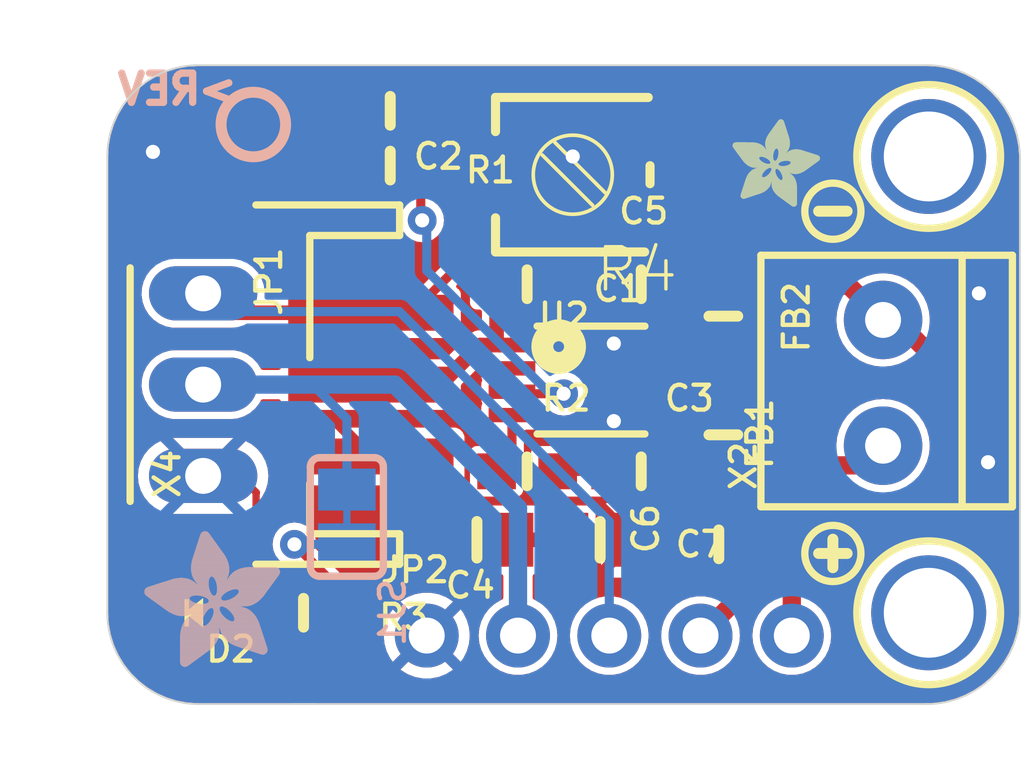
<source format=kicad_pcb>
(kicad_pcb (version 20221018) (generator pcbnew)
  (layers (0 "F.Cu" signal) (1 "In1.Cu" signal) (2 "In2.Cu" signal) (3 "In3.Cu" signal) (4 "In4.Cu" signal) (5 "In5.Cu" signal) (6 "In6.Cu" signal) (7 "In7.Cu" signal) (8 "In8.Cu" signal) (9 "In9.Cu" signal) (10 "In10.Cu" signal) (11 "In11.Cu" signal) (12 "In12.Cu" signal) (13 "In13.Cu" signal) (14 "In14.Cu" signal) (31 "B.Cu" signal) (34 "B.Paste" user) (35 "F.Paste" user) (36 "B.SilkS" user "B.Silkscreen") (37 "F.SilkS" user "F.Silkscreen") (38 "B.Mask" user) (39 "F.Mask" user) (44 "Edge.Cuts" user))
  (net 0 "")
  (net 1 "GND")
  (net 2 "SIGNAL")
  (net 3 "N$26")
  (net 4 "VIN")
  (net 5 "N$1")
  (net 6 "IN-")
  (net 7 "IN+")
  (net 8 "N$5")
  (net 9 "OUT-")
  (net 10 "OUT+")
  (net 11 "VO-")
  (net 12 "VO+")
  (net 13 "N$8")
  (net 14 "N$9")
  (footprint "working:PLABEL2" (layer "F.Cu") (at 137.8331 98.0186)
    (fp_text reference "PLABEL2" hide)
    (fp_text value "" hide)
  )
  (footprint "working:PLABEL0" (layer "F.Cu") (at 137.1981 113.1316)
    (fp_text reference "PLABEL0" hide)
    (fp_text value "" hide)
  )
  (footprint "working:0603-NO" (layer "F.Cu") (at 150.6601 102.2096 180)
    (fp_text reference "C5" (at -0.8255 2.032) (layer "F.SilkS") (effects (font (size 0.692831 0.692831) (thickness 0.119969)) (justify right)))
    (fp_text value "220pF")
    (pad "1" smd rect (at -0.85 0 180) (size 1.075 1) (layers "F.Cu" "F.Paste" "F.Mask") (net 11 "VO-"))
    (pad "2" smd rect (at 0.85 0 180) (size 1.075 1) (layers "F.Cu" "F.Paste" "F.Mask") (net 1 "GND"))
  )
  (footprint "working:MSOP8_0.65MM" (layer "F.Cu") (at 149.2631 104.8766 -90)
    (fp_text reference "U2" (at -1.778 1.524) (layer "F.SilkS") (effects (font (size 0.692831 0.692831) (thickness 0.119969)) (justify left)))
    (fp_text value "PAM8302")
    (pad "1" smd rect (at -0.975 2.2) (size 1.3 0.4) (layers "F.Cu" "F.Paste" "F.Mask") (net 4 "VIN"))
    (pad "2" smd rect (at -0.325 2.2) (size 1.3 0.4) (layers "F.Cu" "F.Paste" "F.Mask"))
    (pad "3" smd rect (at 0.325 2.2) (size 1.3 0.4) (layers "F.Cu" "F.Paste" "F.Mask") (net 7 "IN+"))
    (pad "4" smd rect (at 0.975 2.2) (size 1.3 0.4) (layers "F.Cu" "F.Paste" "F.Mask") (net 6 "IN-"))
    (pad "5" smd rect (at 0.975 -2.2) (size 1.3 0.4) (layers "F.Cu" "F.Paste" "F.Mask") (net 10 "OUT+"))
    (pad "6" smd rect (at 0.325 -2.2) (size 1.3 0.4) (layers "F.Cu" "F.Paste" "F.Mask") (net 4 "VIN"))
    (pad "7" smd rect (at -0.325 -2.2) (size 1.3 0.4) (layers "F.Cu" "F.Paste" "F.Mask") (net 1 "GND"))
    (pad "8" smd rect (at -0.975 -2.2) (size 1.3 0.4) (layers "F.Cu" "F.Paste" "F.Mask") (net 9 "OUT-"))
  )
  (footprint "working:0603-NO" (layer "F.Cu") (at 147.4851 107.4166 180)
    (fp_text reference "R2" (at -1.8415 2.032) (layer "F.SilkS") (effects (font (size 0.692831 0.692831) (thickness 0.119969)) (justify right)))
    (fp_text value "30K")
    (pad "1" smd rect (at -0.85 0 180) (size 1.075 1) (layers "F.Cu" "F.Paste" "F.Mask") (net 8 "N$5"))
    (pad "2" smd rect (at 0.85 0 180) (size 1.075 1) (layers "F.Cu" "F.Paste" "F.Mask") (net 6 "IN-"))
  )
  (footprint "working:FIDUCIAL_1MM" (layer "F.Cu") (at 155.8036 97.3201)
    (fp_text reference "FID3" hide)
    (fp_text value "FIDUCIAL_1MM" hide)
    (pad "1" smd roundrect (at 0 0) (size 1 1) (layers "F.Cu" "F.Mask") (roundrect_rratio 0.5))
  )
  (footprint "working:RTRIM3314J" (layer "F.Cu") (at 148.7551 99.1616 90)
    (fp_text reference "R4" (at -2.64 2.99) (layer "F.SilkS") (effects (font (size 1.176528 1.176528) (thickness 0.093472)) (justify right)))
    (fp_text value "10K Trim")
    (pad "1" smd rect (at 1.2 2) (size 2 1.3) (layers "F.Cu" "F.Paste" "F.Mask") (net 1 "GND"))
    (pad "2" smd rect (at 0 -1.9 90) (size 2 2) (layers "F.Cu" "F.Paste" "F.Mask") (net 14 "N$9"))
    (pad "3" smd rect (at -1.2 2) (size 2 1.3) (layers "F.Cu" "F.Paste" "F.Mask") (net 2 "SIGNAL"))
  )
  (footprint "working:0603-NO" (layer "F.Cu") (at 143.6751 98.9076)
    (fp_text reference "R1" (at 2.032 0.127) (layer "F.SilkS") (effects (font (size 0.692831 0.692831) (thickness 0.119969)) (justify left)))
    (fp_text value "30K")
    (pad "1" smd rect (at -0.85 0) (size 1.075 1) (layers "F.Cu" "F.Paste" "F.Mask") (net 13 "N$8"))
    (pad "2" smd rect (at 0.85 0) (size 1.075 1) (layers "F.Cu" "F.Paste" "F.Mask") (net 7 "IN+"))
  )
  (footprint "working:0603-NO" (layer "F.Cu") (at 152.9461 103.0986 90)
    (fp_text reference "FB2" (at -1.0795 2.032 90) (layer "F.SilkS") (effects (font (size 0.692831 0.692831) (thickness 0.119969)) (justify left)))
    (fp_text value "Ferrite")
    (pad "1" smd rect (at -0.85 0 90) (size 1.075 1) (layers "F.Cu" "F.Paste" "F.Mask") (net 9 "OUT-"))
    (pad "2" smd rect (at 0.85 0 90) (size 1.075 1) (layers "F.Cu" "F.Paste" "F.Mask") (net 11 "VO-"))
  )
  (footprint "working:MOUNTINGHOLE_2.5_PLATED" (layer "F.Cu") (at 158.6611 98.6536)
    (fp_text reference "U$8" hide)
    (fp_text value "MOUNTINGHOLE2.5" hide)
    (pad "P$1" thru_hole circle (at 0 0) (size 3.2 3.2) (drill 2.5) (layers "*.Cu" "*.Mask"))
    (zone (net 0) (net_name "") (layer "F.Cu") (connect_pads (clearance 0)) (min_thickness 0.25)
      (keepout (tracks not_allowed) (vias not_allowed) (pads not_allowed) (copperpour not_allowed) (footprints allowed))
      (fill (thermal_gap 0.5) (thermal_bridge_width 0.5))
      (polygon (pts (xy 160.6771 98.6536) (xy 160.65748 98.373027) (xy 160.599004 98.097915) (xy 160.502808 97.833619) (xy 160.370765 97.585283) (xy 160.205446 97.35774) (xy 160.010067 97.15542) (xy 159.788433 96.98226) (xy 159.544856 96.841631) (xy 159.284078 96.73627) (xy 159.011175 96.668228) (xy 158.731457 96.638828) (xy 158.450371 96.648644) (xy 158.173385 96.697484) (xy 157.905893 96.784397) (xy 157.6531 96.907693) (xy 157.419926 97.06497) (xy 157.210911 97.253169) (xy 157.030122 97.468625) (xy 156.881078 97.707145) (xy 156.76668 97.964087) (xy 156.689154 98.23445) (xy 156.650011 98.512971) (xy 156.650011 98.794229) (xy 156.689154 99.07275) (xy 156.76668 99.343113) (xy 156.881078 99.600055) (xy 157.030122 99.838575) (xy 157.210911 100.054031) (xy 157.419926 100.24223) (xy 157.6531 100.399507) (xy 157.905893 100.522803) (xy 158.173385 100.609716) (xy 158.450371 100.658556) (xy 158.731457 100.668372) (xy 159.011175 100.638972) (xy 159.284078 100.57093) (xy 159.544856 100.465569) (xy 159.788433 100.32494) (xy 160.010067 100.15178) (xy 160.205446 99.94946) (xy 160.370765 99.721917) (xy 160.502808 99.473581) (xy 160.599004 99.209285) (xy 160.65748 98.934173)))
      (polygon (pts (xy 158.6451 98.6536) (xy 158.649786 98.664914) (xy 158.6611 98.6696) (xy 158.672414 98.664914) (xy 158.6771 98.6536) (xy 158.672414 98.642286) (xy 158.6611 98.6376) (xy 158.649786 98.642286)))
    )
    (zone (net 0) (net_name "") (layer "B.Cu") (connect_pads (clearance 0)) (min_thickness 0.25)
      (keepout (tracks not_allowed) (vias not_allowed) (pads not_allowed) (copperpour not_allowed) (footprints allowed))
      (fill (thermal_gap 0.5) (thermal_bridge_width 0.5))
      (polygon (pts (xy 160.6771 98.6536) (xy 160.65748 98.373027) (xy 160.599004 98.097915) (xy 160.502808 97.833619) (xy 160.370765 97.585283) (xy 160.205446 97.35774) (xy 160.010067 97.15542) (xy 159.788433 96.98226) (xy 159.544856 96.841631) (xy 159.284078 96.73627) (xy 159.011175 96.668228) (xy 158.731457 96.638828) (xy 158.450371 96.648644) (xy 158.173385 96.697484) (xy 157.905893 96.784397) (xy 157.6531 96.907693) (xy 157.419926 97.06497) (xy 157.210911 97.253169) (xy 157.030122 97.468625) (xy 156.881078 97.707145) (xy 156.76668 97.964087) (xy 156.689154 98.23445) (xy 156.650011 98.512971) (xy 156.650011 98.794229) (xy 156.689154 99.07275) (xy 156.76668 99.343113) (xy 156.881078 99.600055) (xy 157.030122 99.838575) (xy 157.210911 100.054031) (xy 157.419926 100.24223) (xy 157.6531 100.399507) (xy 157.905893 100.522803) (xy 158.173385 100.609716) (xy 158.450371 100.658556) (xy 158.731457 100.668372) (xy 159.011175 100.638972) (xy 159.284078 100.57093) (xy 159.544856 100.465569) (xy 159.788433 100.32494) (xy 160.010067 100.15178) (xy 160.205446 99.94946) (xy 160.370765 99.721917) (xy 160.502808 99.473581) (xy 160.599004 99.209285) (xy 160.65748 98.934173)))
      (polygon (pts (xy 158.6451 98.6536) (xy 158.649786 98.664914) (xy 158.6611 98.6696) (xy 158.672414 98.664914) (xy 158.6771 98.6536) (xy 158.672414 98.642286) (xy 158.6611 98.6376) (xy 158.649786 98.642286)))
    )
  )
  (footprint "working:0805-NO" (layer "F.Cu") (at 146.0881 109.3216 180)
    (fp_text reference "C4" (at -0.5715 -1.27) (layer "F.SilkS") (effects (font (size 0.692831 0.692831) (thickness 0.119969)) (justify right)))
    (fp_text value "10uF")
    (pad "1" smd rect (at -0.95 0 180) (size 1.24 1.5) (layers "F.Cu" "F.Paste" "F.Mask") (net 4 "VIN"))
    (pad "2" smd rect (at 0.95 0 180) (size 1.24 1.5) (layers "F.Cu" "F.Paste" "F.Mask") (net 1 "GND"))
  )
  (footprint "working:TERMBLOCK_1X2-3.5MM" (layer "F.Cu") (at 157.3911 105.0036 90)
    (fp_text reference "X2" (at -3 -3.89 90) (layer "F.SilkS") (effects (font (size 0.692831 0.692831) (thickness 0.119969)) (justify left)))
    (fp_text value "3.5mm")
    (pad "1" thru_hole circle (at 1.8 0 90) (size 2.1844 2.1844) (drill 1) (layers "*.Cu" "*.Mask") (net 11 "VO-"))
    (pad "2" thru_hole circle (at -1.7 0 90) (size 2.1844 2.1844) (drill 1) (layers "*.Cu" "*.Mask") (net 12 "VO+"))
  )
  (footprint "working:CHIPLED_0603_NOOUTLINE" (layer "F.Cu") (at 138.2141 111.3536 90)
    (fp_text reference "D2" (at -1.016 1.778) (layer "F.SilkS") (effects (font (size 0.692831 0.692831) (thickness 0.119969)) (justify right)))
    (fp_text value "GREEN")
    (pad "A" smd rect (at 0 0.75 90) (size 0.8 0.8) (layers "F.Cu" "F.Paste" "F.Mask") (net 3 "N$26"))
    (pad "C" smd rect (at 0 -0.75 90) (size 0.8 0.8) (layers "F.Cu" "F.Paste" "F.Mask") (net 1 "GND"))
  )
  (footprint "working:0603-NO" (layer "F.Cu") (at 152.9461 106.4006 -90)
    (fp_text reference "FB1" (at -1.0795 -1.016 90) (layer "F.SilkS") (effects (font (size 0.692831 0.692831) (thickness 0.119969)) (justify right)))
    (fp_text value "Ferrite")
    (pad "1" smd rect (at -0.85 0 270) (size 1.075 1) (layers "F.Cu" "F.Paste" "F.Mask") (net 10 "OUT+"))
    (pad "2" smd rect (at 0.85 0 270) (size 1.075 1) (layers "F.Cu" "F.Paste" "F.Mask") (net 12 "VO+"))
  )
  (footprint "working:SYMBOL_PLUS" (layer "F.Cu") (at 155.9941 109.7026)
    (fp_text reference "U$3" hide)
    (fp_text value "" hide)
  )
  (footprint "working:0603-NO" (layer "F.Cu") (at 143.6751 97.3836)
    (fp_text reference "C2" (at 2.0955 1.27) (layer "F.SilkS") (effects (font (size 0.692831 0.692831) (thickness 0.119969)) (justify right)))
    (fp_text value "0.1uF")
    (pad "1" smd rect (at -0.85 0) (size 1.075 1) (layers "F.Cu" "F.Paste" "F.Mask") (net 13 "N$8"))
    (pad "2" smd rect (at 0.85 0) (size 1.075 1) (layers "F.Cu" "F.Paste" "F.Mask") (net 14 "N$9"))
  )
  (footprint "working:0805-NO" (layer "F.Cu") (at 149.5171 109.3216)
    (fp_text reference "C7" (at 2.032 0.127) (layer "F.SilkS") (effects (font (size 0.692831 0.692831) (thickness 0.119969)) (justify left)))
    (fp_text value "10uF")
    (pad "1" smd rect (at -0.95 0) (size 1.24 1.5) (layers "F.Cu" "F.Paste" "F.Mask") (net 4 "VIN"))
    (pad "2" smd rect (at 0.95 0) (size 1.24 1.5) (layers "F.Cu" "F.Paste" "F.Mask") (net 1 "GND"))
  )
  (footprint "working:1X05_ROUND_70" (layer "F.Cu") (at 149.7711 111.9886)
    (fp_text reference "JP2" (at -6.4262 -1.8288) (layer "F.SilkS") (effects (font (size 0.692831 0.692831) (thickness 0.119969)) (justify left)))
    (fp_text value "")
    (pad "1" thru_hole circle (at -5.08 0 90) (size 1.778 1.778) (drill 1) (layers "*.Cu" "*.Mask") (net 1 "GND"))
    (pad "2" thru_hole circle (at -2.54 0 90) (size 1.778 1.778) (drill 1) (layers "*.Cu" "*.Mask") (net 4 "VIN"))
    (pad "3" thru_hole circle (at 0 0 90) (size 1.778 1.778) (drill 1) (layers "*.Cu" "*.Mask") (net 2 "SIGNAL"))
    (pad "4" thru_hole circle (at 2.54 0 90) (size 1.778 1.778) (drill 1) (layers "*.Cu" "*.Mask") (net 12 "VO+"))
    (pad "5" thru_hole circle (at 5.08 0 90) (size 1.778 1.778) (drill 1) (layers "*.Cu" "*.Mask") (net 11 "VO-"))
  )
  (footprint "working:0603-NO" (layer "F.Cu") (at 147.4851 102.2096)
    (fp_text reference "C1" (at 1.778 0.127) (layer "F.SilkS") (effects (font (size 0.692831 0.692831) (thickness 0.119969)) (justify left)))
    (fp_text value "0.1uF")
    (pad "1" smd rect (at -0.85 0) (size 1.075 1) (layers "F.Cu" "F.Paste" "F.Mask") (net 4 "VIN"))
    (pad "2" smd rect (at 0.85 0) (size 1.075 1) (layers "F.Cu" "F.Paste" "F.Mask") (net 1 "GND"))
  )
  (footprint "working:MOUNTINGHOLE_2.5_PLATED" (layer "F.Cu") (at 158.6611 111.3536)
    (fp_text reference "U$1" hide)
    (fp_text value "MOUNTINGHOLE2.5" hide)
    (pad "P$1" thru_hole circle (at 0 0) (size 3.2 3.2) (drill 2.5) (layers "*.Cu" "*.Mask"))
    (zone (net 0) (net_name "") (layer "F.Cu") (connect_pads (clearance 0)) (min_thickness 0.25)
      (keepout (tracks not_allowed) (vias not_allowed) (pads not_allowed) (copperpour not_allowed) (footprints allowed))
      (fill (thermal_gap 0.5) (thermal_bridge_width 0.5))
      (polygon (pts (xy 160.6771 111.3536) (xy 160.65748 111.073027) (xy 160.599004 110.797915) (xy 160.502808 110.533619) (xy 160.370765 110.285283) (xy 160.205446 110.05774) (xy 160.010067 109.85542) (xy 159.788433 109.68226) (xy 159.544856 109.541631) (xy 159.284078 109.43627) (xy 159.011175 109.368228) (xy 158.731457 109.338828) (xy 158.450371 109.348644) (xy 158.173385 109.397484) (xy 157.905893 109.484397) (xy 157.6531 109.607693) (xy 157.419926 109.76497) (xy 157.210911 109.953169) (xy 157.030122 110.168625) (xy 156.881078 110.407145) (xy 156.76668 110.664087) (xy 156.689154 110.93445) (xy 156.650011 111.212971) (xy 156.650011 111.494229) (xy 156.689154 111.77275) (xy 156.76668 112.043113) (xy 156.881078 112.300055) (xy 157.030122 112.538575) (xy 157.210911 112.754031) (xy 157.419926 112.94223) (xy 157.6531 113.099507) (xy 157.905893 113.222803) (xy 158.173385 113.309716) (xy 158.450371 113.358556) (xy 158.731457 113.368372) (xy 159.011175 113.338972) (xy 159.284078 113.27093) (xy 159.544856 113.165569) (xy 159.788433 113.02494) (xy 160.010067 112.85178) (xy 160.205446 112.64946) (xy 160.370765 112.421917) (xy 160.502808 112.173581) (xy 160.599004 111.909285) (xy 160.65748 111.634173)))
      (polygon (pts (xy 158.6451 111.3536) (xy 158.649786 111.364914) (xy 158.6611 111.3696) (xy 158.672414 111.364914) (xy 158.6771 111.3536) (xy 158.672414 111.342286) (xy 158.6611 111.3376) (xy 158.649786 111.342286)))
    )
    (zone (net 0) (net_name "") (layer "B.Cu") (connect_pads (clearance 0)) (min_thickness 0.25)
      (keepout (tracks not_allowed) (vias not_allowed) (pads not_allowed) (copperpour not_allowed) (footprints allowed))
      (fill (thermal_gap 0.5) (thermal_bridge_width 0.5))
      (polygon (pts (xy 160.6771 111.3536) (xy 160.65748 111.073027) (xy 160.599004 110.797915) (xy 160.502808 110.533619) (xy 160.370765 110.285283) (xy 160.205446 110.05774) (xy 160.010067 109.85542) (xy 159.788433 109.68226) (xy 159.544856 109.541631) (xy 159.284078 109.43627) (xy 159.011175 109.368228) (xy 158.731457 109.338828) (xy 158.450371 109.348644) (xy 158.173385 109.397484) (xy 157.905893 109.484397) (xy 157.6531 109.607693) (xy 157.419926 109.76497) (xy 157.210911 109.953169) (xy 157.030122 110.168625) (xy 156.881078 110.407145) (xy 156.76668 110.664087) (xy 156.689154 110.93445) (xy 156.650011 111.212971) (xy 156.650011 111.494229) (xy 156.689154 111.77275) (xy 156.76668 112.043113) (xy 156.881078 112.300055) (xy 157.030122 112.538575) (xy 157.210911 112.754031) (xy 157.419926 112.94223) (xy 157.6531 113.099507) (xy 157.905893 113.222803) (xy 158.173385 113.309716) (xy 158.450371 113.358556) (xy 158.731457 113.368372) (xy 159.011175 113.338972) (xy 159.284078 113.27093) (xy 159.544856 113.165569) (xy 159.788433 113.02494) (xy 160.010067 112.85178) (xy 160.205446 112.64946) (xy 160.370765 112.421917) (xy 160.502808 112.173581) (xy 160.599004 111.909285) (xy 160.65748 111.634173)))
      (polygon (pts (xy 158.6451 111.3536) (xy 158.649786 111.364914) (xy 158.6611 111.3696) (xy 158.672414 111.364914) (xy 158.6771 111.3536) (xy 158.672414 111.342286) (xy 158.6611 111.3376) (xy 158.649786 111.342286)))
    )
  )
  (footprint "working:PLABEL1" (layer "F.Cu") (at 152.4381 101.4476 90)
    (fp_text reference "PLABEL1" hide)
    (fp_text value "" hide)
  )
  (footprint "working:1X03_OVAL" (layer "F.Cu") (at 138.4681 105.0036 -90)
    (fp_text reference "JP1" (at -3.8862 -1.8288 90) (layer "F.SilkS") (effects (font (size 0.692831 0.692831) (thickness 0.119969)) (justify right)))
    (fp_text value "0.1\" Header")
    (pad "1" thru_hole oval (at -2.54 0) (size 3.016 1.508) (drill 1) (layers "*.Cu" "*.Mask") (net 2 "SIGNAL"))
    (pad "2" thru_hole oval (at 0 0) (size 3.016 1.508) (drill 1) (layers "*.Cu" "*.Mask") (net 4 "VIN"))
    (pad "3" thru_hole oval (at 2.54 0) (size 3.016 1.508) (drill 1) (layers "*.Cu" "*.Mask") (net 1 "GND"))
  )
  (footprint "working:0603-NO" (layer "F.Cu") (at 141.2621 111.3536)
    (fp_text reference "R3" (at 2.032 0.127) (layer "F.SilkS") (effects (font (size 0.692831 0.692831) (thickness 0.119969)) (justify left)))
    (fp_text value "10K")
    (pad "1" smd rect (at -0.85 0) (size 1.075 1) (layers "F.Cu" "F.Paste" "F.Mask") (net 3 "N$26"))
    (pad "2" smd rect (at 0.85 0) (size 1.075 1) (layers "F.Cu" "F.Paste" "F.Mask") (net 5 "N$1"))
  )
  (footprint "working:FIDUCIAL_1MM" (layer "F.Cu") (at 141.2621 113.1316)
    (fp_text reference "FID2" hide)
    (fp_text value "FIDUCIAL_1MM" hide)
    (pad "1" smd roundrect (at 0 0) (size 1 1) (layers "F.Cu" "F.Mask") (roundrect_rratio 0.5))
  )
  (footprint "working:0603-NO" (layer "F.Cu") (at 152.8191 109.4486 180)
    (fp_text reference "C6" (at 2.032 -0.3175 90) (layer "F.SilkS") (effects (font (size 0.692831 0.692831) (thickness 0.119969)) (justify left)))
    (fp_text value "220pF")
    (pad "1" smd rect (at -0.85 0 180) (size 1.075 1) (layers "F.Cu" "F.Paste" "F.Mask") (net 12 "VO+"))
    (pad "2" smd rect (at 0.85 0 180) (size 1.075 1) (layers "F.Cu" "F.Paste" "F.Mask") (net 1 "GND"))
  )
  (footprint "working:0603-NO" (layer "F.Cu") (at 150.6601 107.4166)
    (fp_text reference "C3" (at 2.0955 -2.032) (layer "F.SilkS") (effects (font (size 0.692831 0.692831) (thickness 0.119969)) (justify right)))
    (fp_text value "0.1uF")
    (pad "1" smd rect (at -0.85 0) (size 1.075 1) (layers "F.Cu" "F.Paste" "F.Mask") (net 8 "N$5"))
    (pad "2" smd rect (at 0.85 0) (size 1.075 1) (layers "F.Cu" "F.Paste" "F.Mask") (net 1 "GND"))
  )
  (footprint "working:SYMBOL_MINUS" (layer "F.Cu") (at 155.9941 100.1776)
    (fp_text reference "U$9" hide)
    (fp_text value "" hide)
  )
  (footprint "working:JSTPH3" (layer "F.Cu") (at 140.4366 105.0036 90)
    (fp_text reference "X4" (at -3.2225 -2.9685 90) (layer "F.SilkS") (effects (font (size 0.692831 0.692831) (thickness 0.119969)) (justify left)))
    (fp_text value "JST PH 3")
    (pad "1" smd rect (at -2 2.7 90) (size 1 4.6) (layers "F.Cu" "F.Paste" "F.Mask") (net 1 "GND"))
    (pad "2" smd rect (at 0 2.7 90) (size 1 4.6) (layers "F.Cu" "F.Paste" "F.Mask") (net 4 "VIN"))
    (pad "3" smd rect (at 2 2.7 90) (size 1 4.6) (layers "F.Cu" "F.Paste" "F.Mask") (net 2 "SIGNAL"))
    (pad "NC1" smd rect (at -4.4 -2.5 180) (size 3.4 1.6) (layers "F.Cu" "F.Paste" "F.Mask"))
    (pad "NC2" smd rect (at 4.4 -2.5 180) (size 3.4 1.6) (layers "F.Cu" "F.Paste" "F.Mask"))
  )
  (footprint "working:ADAFRUIT_2.5MM" (layer "F.Cu") (at 153.2001 100.0506)
    (fp_text reference "U$19" hide)
    (fp_text value "" hide)
  )
  (footprint "working:PLABEL4" (layer "B.Cu") (at 147.4851 100.4316 180)
    (fp_text reference "PLABEL4" hide)
    (fp_text value "" hide)
  )
  (footprint "working:PLABEL9" (layer "B.Cu") (at 149.7711 110.8456 90)
    (fp_text reference "PLABEL9" hide)
    (fp_text value "" hide)
  )
  (footprint "working:PLABEL6" (layer "B.Cu") (at 159.4231 105.0036 90)
    (fp_text reference "PLABEL6" hide)
    (fp_text value "" hide)
  )
  (footprint "working:PLABEL3" (layer "B.Cu") (at 148.6281 98.0186 180)
    (fp_text reference "PLABEL3" hide)
    (fp_text value "" hide)
  )
  (footprint "working:PLABEL10" (layer "B.Cu") (at 152.3111 110.8456 90)
    (fp_text reference "PLABEL10" hide)
    (fp_text value "" hide)
  )
  (footprint "working:PLABEL8" (layer "B.Cu") (at 147.2311 110.8456 90)
    (fp_text reference "PLABEL8" hide)
    (fp_text value "" hide)
  )
  (footprint "working:PCBFEAT-REV-040" (layer "B.Cu") (at 139.8651 97.7646)
    (fp_text reference "U$5" hide)
    (fp_text value "" hide)
    (fp_text user ">REV" (at -0.3556 -0.508 180) (layer "B.SilkS") (effects (font (size 0.8128 0.8128) (thickness 0.2032)) (justify left bottom mirror)))
  )
  (footprint "working:SOLDERJUMPER_CLOSEDWIRE" (layer "B.Cu") (at 142.4686 108.6866 90)
    (fp_text reference "SJ1" (at -1.651 1.27 90) (layer "B.SilkS") (effects (font (size 0.692831 0.692831) (thickness 0.119969)) (justify left mirror)))
    (fp_text value "")
    (pad "1" smd rect (at -0.762 0 90) (size 1.1684 1.6002) (layers "B.Cu") (net 5 "N$1"))
    (pad "2" smd rect (at 0.762 0 90) (size 1.1684 1.6002) (layers "B.Cu") (net 4 "VIN"))
    (pad "WIRE" smd rect (at 0 0 270) (size 0.635 0.2032) (layers "B.Cu"))
  )
  (footprint "working:PLABEL11" (layer "B.Cu") (at 154.8511 110.8456 90)
    (fp_text reference "PLABEL11" hide)
    (fp_text value "" hide)
  )
  (footprint "working:PLABEL7" (layer "B.Cu") (at 144.6911 110.8456 90)
    (fp_text reference "PLABEL7" hide)
    (fp_text value "" hide)
  )
  (footprint "working:ADAFRUIT_3.5MM" (layer "B.Cu") (at 140.6271 112.8776 180)
    (fp_text reference "U$12" hide)
    (fp_text value "" hide)
  )
  (footprint "working:PLABEL12" (layer "B.Cu") (at 143.8021 106.2736 180)
    (fp_text reference "PLABEL12" hide)
    (fp_text value "" hide)
  )
  (footprint "working:PLABEL5" (layer "B.Cu") (at 148.1201 103.4796 180)
    (fp_text reference "PLABEL5" hide)
    (fp_text value "" hide)
  )
  (gr_line (start 138.3411 113.8936) (end 158.5341 113.8936) (stroke (width 0.05)) (layer "Edge.Cuts"))
  (gr_arc (start 158.5341 96.1136) (mid 160.393651 96.831246) (end 161.2011 98.6536) (stroke (width 0.05)) (layer "Edge.Cuts"))
  (gr_line (start 135.8011 98.6536) (end 135.8011 111.3536) (stroke (width 0.05)) (layer "Edge.Cuts"))
  (gr_line (start 158.5341 96.1136) (end 138.3411 96.1136) (stroke (width 0.05)) (layer "Edge.Cuts"))
  (gr_arc (start 161.2011 111.3536) (mid 160.393651 113.175954) (end 158.5341 113.8936) (stroke (width 0.05)) (layer "Edge.Cuts"))
  (gr_line (start 161.2011 111.3536) (end 161.2011 98.6536) (stroke (width 0.05)) (layer "Edge.Cuts"))
  (gr_arc (start 135.8011 98.6536) (mid 136.545049 96.857549) (end 138.3411 96.1136) (stroke (width 0.05)) (layer "Edge.Cuts"))
  (gr_arc (start 138.3411 113.8936) (mid 136.545049 113.149651) (end 135.8011 111.3536) (stroke (width 0.05)) (layer "Edge.Cuts"))
  (segment (start 139.9414 110.32985) (end 139.9414 108.0191) (width 0.2032) (layer "F.Cu") (net 1))
  (segment (start 137.4641 111.3536) (end 137.4641 110.5204) (width 0.2032) (layer "F.Cu") (net 1))
  (segment (start 139.9414 108.0191) (end 139.9505 108.01) (width 0.2032) (layer "F.Cu") (net 1))
  (segment (start 137.4521 110.5084) (end 139.76285 110.5084) (width 0.2032) (layer "F.Cu") (net 1))
  (segment (start 137.4641 110.5204) (end 137.4521 110.5084) (width 0.2032) (layer "F.Cu") (net 1))
  (segment (start 139.4841 107.5436) (end 138.4681 107.5436) (width 0.2032) (layer "F.Cu") (net 1))
  (segment (start 139.9505 108.01) (end 139.4841 107.5436) (width 0.2032) (layer "F.Cu") (net 1))
  (segment (start 139.76285 110.5084) (end 139.9414 110.32985) (width 0.2032) (layer "F.Cu") (net 1))
  (via (at 149.8981 106.0196) (size 0.8001) (drill 0.3937) (layers "F.Cu" "B.Cu") (net 1))
  (via (at 149.8981 103.8606) (size 0.8001) (drill 0.3937) (layers "F.Cu" "B.Cu") (net 1))
  (via (at 160.3121 107.1626) (size 0.8001) (drill 0.3937) (layers "F.Cu" "B.Cu") (net 1))
  (via (at 160.0581 102.4636) (size 0.8001) (drill 0.3937) (layers "F.Cu" "B.Cu") (net 1))
  (via (at 137.0711 98.5266) (size 0.8001) (drill 0.3937) (layers "F.Cu" "B.Cu") (net 1))
  (via (at 148.7551 98.6536) (size 0.8001) (drill 0.3937) (layers "F.Cu" "B.Cu") (net 1))
  (segment (start 146.5976 100.6856) (end 144.2796 103.0036) (width 0.254) (layer "F.Cu") (net 2))
  (segment (start 150.4311 100.6856) (end 150.7551 100.3616) (width 0.254) (layer "F.Cu") (net 2))
  (segment (start 143.1366 103.0036) (end 139.0081 103.0036) (width 0.4064) (layer "F.Cu") (net 2))
  (segment (start 146.5976 100.6856) (end 150.4311 100.6856) (width 0.254) (layer "F.Cu") (net 2))
  (segment (start 139.0081 103.0036) (end 138.4681 102.4636) (width 0.4064) (layer "F.Cu") (net 2))
  (segment (start 143.1366 103.0036) (end 144.2796 103.0036) (width 0.254) (layer "F.Cu") (net 2))
  (segment (start 138.9761 102.9716) (end 138.4681 102.4636) (width 0.254) (layer "B.Cu") (net 2))
  (segment (start 143.9291 102.9716) (end 138.9761 102.9716) (width 0.254) (layer "B.Cu") (net 2))
  (segment (start 149.7711 111.9886) (end 149.7711 108.8136) (width 0.254) (layer "B.Cu") (net 2))
  (segment (start 149.7711 108.8136) (end 143.9291 102.9716) (width 0.254) (layer "B.Cu") (net 2))
  (segment (start 138.9641 111.3536) (end 140.4121 111.3536) (width 0.254) (layer "F.Cu") (net 3))
  (segment (start 147.0631 103.9016) (end 146.7231 103.9016) (width 0.4064) (layer "F.Cu") (net 4))
  (segment (start 146.7231 103.9016) (end 146.1741 103.9016) (width 0.4064) (layer "F.Cu") (net 4))
  (segment (start 146.6351 102.2096) (end 146.6351 103.8136) (width 0.4064) (layer "F.Cu") (net 4))
  (segment (start 143.1366 105.0036) (end 138.4681 105.0036) (width 0.4064) (layer "F.Cu") (net 4))
  (segment (start 151.4631 105.2016) (end 149.9691 105.2016) (width 0.4064) (layer "F.Cu") (net 4))
  (segment (start 147.2311 109.5146) (end 147.2311 111.9886) (width 0.4064) (layer "F.Cu") (net 4))
  (segment (start 149.9691 105.2016) (end 148.6691 103.9016) (width 0.4064) (layer "F.Cu") (net 4))
  (segment (start 146.1741 103.9016) (end 145.0721 105.0036) (width 0.4064) (layer "F.Cu") (net 4))
  (segment (start 148.5671 109.3216) (end 147.0381 109.3216) (width 0.4064) (layer "F.Cu") (net 4))
  (segment (start 146.6351 103.8136) (end 146.7231 103.9016) (width 0.4064) (layer "F.Cu") (net 4))
  (segment (start 145.0721 105.0036) (end 143.1366 105.0036) (width 0.4064) (layer "F.Cu") (net 4))
  (segment (start 147.0381 109.3216) (end 147.2311 109.5146) (width 0.4064) (layer "F.Cu") (net 4))
  (segment (start 148.6691 103.9016) (end 147.0631 103.9016) (width 0.4064) (layer "F.Cu") (net 4))
  (segment (start 142.4686 105.9561) (end 141.5161 105.0036) (width 0.254) (layer "B.Cu") (net 4))
  (segment (start 142.4686 107.9246) (end 142.4686 105.9561) (width 0.254) (layer "B.Cu") (net 4))
  (segment (start 147.2311 111.9886) (end 147.2311 108.4326) (width 0.508) (layer "B.Cu") (net 4))
  (segment (start 143.8021 105.0036) (end 138.4681 105.0036) (width 0.508) (layer "B.Cu") (net 4))
  (segment (start 141.5161 105.0036) (end 138.4681 105.0036) (width 0.254) (layer "B.Cu") (net 4))
  (segment (start 147.2311 108.4326) (end 143.8021 105.0036) (width 0.508) (layer "B.Cu") (net 4))
  (segment (start 142.1121 111.3536) (end 142.1121 110.5526) (width 0.254) (layer "F.Cu") (net 5))
  (segment (start 142.1121 110.5526) (end 141.0081 109.4486) (width 0.254) (layer "F.Cu") (net 5))
  (via (at 141.0081 109.4486) (size 0.8001) (drill 0.3937) (layers "F.Cu" "B.Cu") (net 5))
  (segment (start 141.0081 109.4486) (end 142.4686 109.4486) (width 0.254) (layer "B.Cu") (net 5))
  (segment (start 147.0631 106.9886) (end 146.6351 107.4166) (width 0.254) (layer "F.Cu") (net 6))
  (segment (start 147.0631 105.8516) (end 147.0631 106.9886) (width 0.254) (layer "F.Cu") (net 6))
  (segment (start 148.5011 105.2576) (end 147.1191 105.2576) (width 0.254) (layer "F.Cu") (net 7))
  (segment (start 144.5251 98.9076) (end 144.5251 100.3926) (width 0.254) (layer "F.Cu") (net 7))
  (segment (start 144.5251 100.3926) (end 144.5641 100.4316) (width 0.254) (layer "F.Cu") (net 7))
  (segment (start 147.1191 105.2576) (end 147.0631 105.2016) (width 0.254) (layer "F.Cu") (net 7))
  (via (at 148.5011 105.2576) (size 0.8001) (drill 0.3937) (layers "F.Cu" "B.Cu") (net 7))
  (via (at 144.5641 100.4316) (size 0.8001) (drill 0.3937) (layers "F.Cu" "B.Cu") (net 7))
  (segment (start 148.2471 105.3846) (end 148.3741 105.3846) (width 0.254) (layer "B.Cu") (net 7))
  (segment (start 144.6911 101.8286) (end 148.2471 105.3846) (width 0.254) (layer "B.Cu") (net 7))
  (segment (start 148.3741 105.3846) (end 148.5011 105.2576) (width 0.254) (layer "B.Cu") (net 7))
  (segment (start 144.6911 100.5586) (end 144.6911 101.8286) (width 0.254) (layer "B.Cu") (net 7))
  (segment (start 144.5641 100.4316) (end 144.6911 100.5586) (width 0.254) (layer "B.Cu") (net 7))
  (segment (start 148.3351 107.4166) (end 149.8101 107.4166) (width 0.254) (layer "F.Cu") (net 8))
  (segment (start 152.8991 103.9016) (end 152.9461 103.9486) (width 0.508) (layer "F.Cu") (net 9))
  (segment (start 151.4631 103.9016) (end 152.8991 103.9016) (width 0.4064) (layer "F.Cu") (net 9))
  (segment (start 152.6451 105.8516) (end 152.9461 105.5506) (width 0.508) (layer "F.Cu") (net 10))
  (segment (start 151.4631 105.8516) (end 152.6451 105.8516) (width 0.4064) (layer "F.Cu") (net 10))
  (segment (start 156.4361 102.2486) (end 157.3911 103.2036) (width 0.508) (layer "F.Cu") (net 11))
  (segment (start 152.9461 102.2486) (end 156.4361 102.2486) (width 0.508) (layer "F.Cu") (net 11))
  (segment (start 152.9461 102.2486) (end 151.5491 102.2486) (width 0.508) (layer "F.Cu") (net 11))
  (segment (start 159.2961 107.4166) (end 158.2801 108.4326) (width 0.508) (layer "F.Cu") (net 11))
  (segment (start 158.2801 108.4326) (end 156.6291 108.4326) (width 0.508) (layer "F.Cu") (net 11))
  (segment (start 154.8511 110.2106) (end 154.8511 111.9886) (width 0.508) (layer "F.Cu") (net 11))
  (segment (start 151.5491 102.2486) (end 151.5101 102.2096) (width 0.508) (layer "F.Cu") (net 11))
  (segment (start 159.2961 104.7496) (end 159.2961 107.4166) (width 0.508) (layer "F.Cu") (net 11))
  (segment (start 157.7501 103.2036) (end 159.2961 104.7496) (width 0.508) (layer "F.Cu") (net 11))
  (segment (start 156.6291 108.4326) (end 154.8511 110.2106) (width 0.508) (layer "F.Cu") (net 11))
  (segment (start 157.3911 103.2036) (end 157.7501 103.2036) (width 0.508) (layer "F.Cu") (net 11))
  (segment (start 152.3111 111.9886) (end 153.6691 110.6306) (width 0.508) (layer "F.Cu") (net 12))
  (segment (start 152.9461 107.2506) (end 153.6691 107.9736) (width 0.508) (layer "F.Cu") (net 12))
  (segment (start 153.6691 107.9736) (end 153.6691 109.4486) (width 0.508) (layer "F.Cu") (net 12))
  (segment (start 153.6691 110.6306) (end 153.6691 109.4486) (width 0.508) (layer "F.Cu") (net 12))
  (segment (start 156.8441 107.2506) (end 157.3911 106.7036) (width 0.508) (layer "F.Cu") (net 12))
  (segment (start 152.9461 107.2506) (end 156.8441 107.2506) (width 0.508) (layer "F.Cu") (net 12))
  (segment (start 142.8251 97.3836) (end 142.8251 98.9076) (width 0.254) (layer "F.Cu") (net 13))
  (segment (start 145.0771 97.3836) (end 144.5251 97.3836) (width 0.254) (layer "F.Cu") (net 14))
  (segment (start 146.8551 99.1616) (end 145.0771 97.3836) (width 0.254) (layer "F.Cu") (net 14))
  (zone (net 1) (net_name "GND") (layer "F.Cu") (priority 6) (connect_pads (clearance 0.000001)) (min_thickness 0.127) (fill yes (thermal_gap 0.304) (thermal_bridge_width 0.304))
    (polygon (pts (xy 161.3281 114.0206) (xy 135.6741 114.0206) (xy 135.6741 95.9866) (xy 161.3281 95.9866)))
  )
  (zone (net 1) (net_name "GND") (layer "B.Cu") (priority 6) (connect_pads (clearance 0.000001)) (min_thickness 0.127) (fill yes (thermal_gap 0.304) (thermal_bridge_width 0.304))
    (polygon (pts (xy 161.3281 114.0206) (xy 135.6741 114.0206) (xy 135.6741 95.9866) (xy 161.3281 95.9866)))
  )
)
</source>
